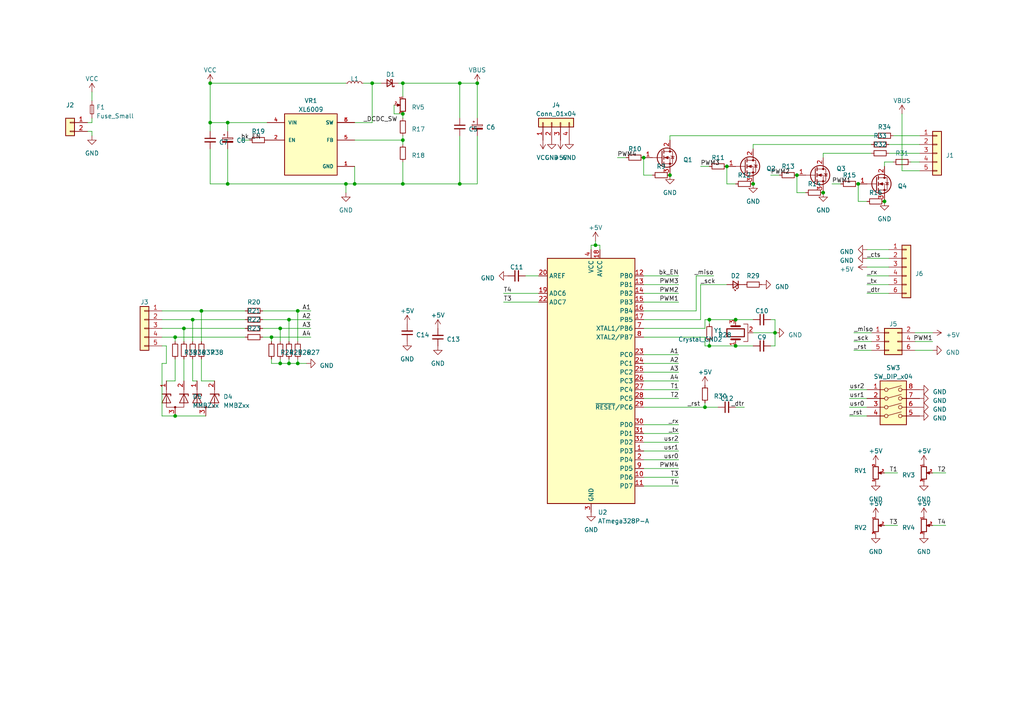
<source format=kicad_sch>
(kicad_sch (version 20220914) (generator eeschema)
  (paper "A4")
  (lib_symbols
    (symbol "Connector_Generic:Conn_01x02" (pin_names (offset 1.016) hide)
      (property "Reference" "J" (at 0 2.54 0))
      (property "Value" "Conn_01x02" (at 0 -5.08 0))
      (symbol "Conn_01x02_1_1"
        (pin passive line (at -5.08 0 0) (length 3.81) (name "Pin_1") (number "1"))
        (pin passive line (at -5.08 -2.54 0) (length 3.81) (name "Pin_2") (number "2"))
      )
    )
    (symbol "Connector_Generic:Conn_01x04" (pin_names (offset 1.016) hide)
      (property "Reference" "J" (at 0 5.08 0))
      (property "Value" "Conn_01x04" (at 0 -7.62 0))
      (symbol "Conn_01x04_1_1"
        (pin passive line (at -5.08 2.54 0) (length 3.81) (name "Pin_1") (number "1"))
        (pin passive line (at -5.08 0 0) (length 3.81) (name "Pin_2") (number "2"))
        (pin passive line (at -5.08 -2.54 0) (length 3.81) (name "Pin_3") (number "3"))
        (pin passive line (at -5.08 -5.08 0) (length 3.81) (name "Pin_4") (number "4"))
      )
    )
    (symbol "Connector_Generic:Conn_01x05" (pin_names (offset 1.016) hide)
      (property "Reference" "J" (at 0 7.62 0))
      (property "Value" "Conn_01x05" (at 0 -7.62 0))
      (symbol "Conn_01x05_1_1"
        (pin passive line (at -5.08 5.08 0) (length 3.81) (name "Pin_1") (number "1"))
        (pin passive line (at -5.08 2.54 0) (length 3.81) (name "Pin_2") (number "2"))
        (pin passive line (at -5.08 0 0) (length 3.81) (name "Pin_3") (number "3"))
        (pin passive line (at -5.08 -2.54 0) (length 3.81) (name "Pin_4") (number "4"))
        (pin passive line (at -5.08 -5.08 0) (length 3.81) (name "Pin_5") (number "5"))
      )
    )
    (symbol "Connector_Generic:Conn_01x06" (pin_names (offset 1.016) hide)
      (property "Reference" "J" (at 0 7.62 0))
      (property "Value" "Conn_01x06" (at 0 -10.16 0))
      (symbol "Conn_01x06_1_1"
        (pin passive line (at -5.08 5.08 0) (length 3.81) (name "Pin_1") (number "1"))
        (pin passive line (at -5.08 2.54 0) (length 3.81) (name "Pin_2") (number "2"))
        (pin passive line (at -5.08 0 0) (length 3.81) (name "Pin_3") (number "3"))
        (pin passive line (at -5.08 -2.54 0) (length 3.81) (name "Pin_4") (number "4"))
        (pin passive line (at -5.08 -5.08 0) (length 3.81) (name "Pin_5") (number "5"))
        (pin passive line (at -5.08 -7.62 0) (length 3.81) (name "Pin_6") (number "6"))
      )
    )
    (symbol "Connector_Generic:Conn_02x03_Odd_Even" (pin_names (offset 1.016) hide)
      (property "Reference" "J" (at 1.27 5.08 0))
      (property "Value" "Conn_02x03_Odd_Even" (at 1.27 -5.08 0))
      (symbol "Conn_02x03_Odd_Even_1_1"
        (pin passive line (at -5.08 2.54 0) (length 3.81) (name "Pin_1") (number "1"))
        (pin passive line (at 7.62 2.54 180) (length 3.81) (name "Pin_2") (number "2"))
        (pin passive line (at -5.08 0 0) (length 3.81) (name "Pin_3") (number "3"))
        (pin passive line (at 7.62 0 180) (length 3.81) (name "Pin_4") (number "4"))
        (pin passive line (at -5.08 -2.54 0) (length 3.81) (name "Pin_5") (number "5"))
        (pin passive line (at 7.62 -2.54 180) (length 3.81) (name "Pin_6") (number "6"))
      )
    )
    (symbol "Device:C_Polarized_Small" (pin_numbers hide) (pin_names (offset 0.254) hide)
      (property "Reference" "C" (at 0.254 1.778 0))
      (property "Value" "C_Polarized_Small" (at 0.254 -2.032 0))
      (symbol "C_Polarized_Small_1_1"
        (pin passive line (at 0 2.54 270) (length 1.8542) (name "~") (number "1"))
        (pin passive line (at 0 -2.54 90) (length 1.8542) (name "~") (number "2"))
      )
    )
    (symbol "Device:C_Small" (pin_numbers hide) (pin_names (offset 0.254) hide)
      (property "Reference" "C" (at 0.254 1.778 0))
      (property "Value" "C_Small" (at 0.254 -2.032 0))
      (symbol "C_Small_1_1"
        (pin passive line (at 0 2.54 270) (length 2.032) (name "~") (number "1"))
        (pin passive line (at 0 -2.54 90) (length 2.032) (name "~") (number "2"))
      )
    )
    (symbol "Device:Crystal_GND2" (pin_names (offset 1.016) hide)
      (property "Reference" "Y" (at 0 5.715 0))
      (property "Value" "Crystal_GND2" (at 0 3.81 0))
      (symbol "Crystal_GND2_1_1"
        (pin passive line (at -3.81 0 0) (length 1.27) (name "1") (number "1"))
        (pin passive line (at 0 -5.08 90) (length 1.27) (name "2") (number "2"))
        (pin passive line (at 3.81 0 180) (length 1.27) (name "3") (number "3"))
      )
    )
    (symbol "Device:D_Schottky_Small" (pin_numbers hide) (pin_names (offset 0.254) hide)
      (property "Reference" "D" (at -1.27 2.032 0))
      (property "Value" "D_Schottky_Small" (at -7.112 -2.032 0))
      (symbol "D_Schottky_Small_1_1"
        (pin passive line (at -2.54 0 0) (length 1.778) (name "K") (number "1"))
        (pin passive line (at 2.54 0 180) (length 1.778) (name "A") (number "2"))
      )
    )
    (symbol "Device:Fuse_Small" (pin_numbers hide) (pin_names (offset 0.254) hide)
      (property "Reference" "F" (at 0 -1.524 0))
      (property "Value" "Fuse_Small" (at 0 1.524 0))
      (symbol "Fuse_Small_1_1"
        (pin passive line (at -2.54 0 0) (length 1.27) (name "~") (number "1"))
        (pin passive line (at 2.54 0 180) (length 1.27) (name "~") (number "2"))
      )
    )
    (symbol "Device:LED_Small" (pin_numbers hide) (pin_names (offset 0.254) hide)
      (property "Reference" "D" (at -1.27 3.175 0))
      (property "Value" "LED_Small" (at -4.445 -2.54 0))
      (symbol "LED_Small_1_1"
        (pin passive line (at -2.54 0 0) (length 1.778) (name "K") (number "1"))
        (pin passive line (at 2.54 0 180) (length 1.778) (name "A") (number "2"))
      )
    )
    (symbol "Device:L_Small" (pin_numbers hide) (pin_names (offset 0.254) hide)
      (property "Reference" "L" (at 0.762 1.016 0))
      (property "Value" "L_Small" (at 0.762 -1.016 0))
      (symbol "L_Small_1_1"
        (pin passive line (at 0 2.54 270) (length 0.508) (name "~") (number "1"))
        (pin passive line (at 0 -2.54 90) (length 0.508) (name "~") (number "2"))
      )
    )
    (symbol "Device:Q_NMOS_GDS" (pin_names (offset 0) hide)
      (property "Reference" "Q" (at 5.08 1.27 0))
      (property "Value" "Q_NMOS_GDS" (at 5.08 -1.27 0))
      (symbol "Q_NMOS_GDS_1_1"
        (pin input line (at -5.08 0 0) (length 2.54) (name "G") (number "1"))
        (pin passive line (at 2.54 5.08 270) (length 2.54) (name "D") (number "2"))
        (pin passive line (at 2.54 -5.08 90) (length 2.54) (name "S") (number "3"))
      )
    )
    (symbol "Device:R_Potentiometer_Small" (pin_names (offset 1.016) hide)
      (property "Reference" "RV" (at -4.445 0 90))
      (property "Value" "R_Potentiometer_Small" (at -2.54 0 90))
      (symbol "R_Potentiometer_Small_1_1"
        (pin passive line (at 0 2.54 270) (length 0.635) (name "1") (number "1"))
        (pin passive line (at 2.54 0 180) (length 0.9906) (name "2") (number "2"))
        (pin passive line (at 0 -2.54 90) (length 0.635) (name "3") (number "3"))
      )
    )
    (symbol "Device:R_Small" (pin_numbers hide) (pin_names (offset 0.254) hide)
      (property "Reference" "R" (at 0.762 0.508 0))
      (property "Value" "R_Small" (at 0.762 -1.016 0))
      (symbol "R_Small_1_1"
        (pin passive line (at 0 2.54 270) (length 0.762) (name "~") (number "1"))
        (pin passive line (at 0 -2.54 90) (length 0.762) (name "~") (number "2"))
      )
    )
    (symbol "Diode:MMBZxx" (pin_names (offset 1.016) hide)
      (property "Reference" "D" (at 3.81 2.54 0))
      (property "Value" "MMBZxx" (at 3.81 0 0))
      (symbol "MMBZxx_1_1"
        (pin passive line (at -2.54 5.08 270) (length 2.54) (name "K") (number "1"))
        (pin passive line (at 2.54 5.08 270) (length 2.54) (name "K") (number "2"))
        (pin passive line (at 0 -5.08 90) (length 2.54) (name "A") (number "3"))
      )
    )
    (symbol "MCU_Microchip_ATmega:ATmega328P-A"
      (property "Reference" "U" (at -12.7 36.83 0))
      (property "Value" "ATmega328P-A" (at 2.54 -36.83 0))
      (symbol "ATmega328P-A_1_1"
        (pin bidirectional line (at 15.24 -20.32 180) (length 2.54) (name "PD3") (number "1"))
        (pin bidirectional line (at 15.24 -27.94 180) (length 2.54) (name "PD6") (number "10"))
        (pin bidirectional line (at 15.24 -30.48 180) (length 2.54) (name "PD7") (number "11"))
        (pin bidirectional line (at 15.24 30.48 180) (length 2.54) (name "PB0") (number "12"))
        (pin bidirectional line (at 15.24 27.94 180) (length 2.54) (name "PB1") (number "13"))
        (pin bidirectional line (at 15.24 25.4 180) (length 2.54) (name "PB2") (number "14"))
        (pin bidirectional line (at 15.24 22.86 180) (length 2.54) (name "PB3") (number "15"))
        (pin bidirectional line (at 15.24 20.32 180) (length 2.54) (name "PB4") (number "16"))
        (pin bidirectional line (at 15.24 17.78 180) (length 2.54) (name "PB5") (number "17"))
        (pin power_in line (at 2.54 38.1 270) (length 2.54) (name "AVCC") (number "18"))
        (pin input line (at -15.24 25.4 0) (length 2.54) (name "ADC6") (number "19"))
        (pin bidirectional line (at 15.24 -22.86 180) (length 2.54) (name "PD4") (number "2"))
        (pin passive line (at -15.24 30.48 0) (length 2.54) (name "AREF") (number "20"))
        (pin passive line (at 0 -38.1 90) (length 2.54) hide (name "GND") (number "21"))
        (pin input line (at -15.24 22.86 0) (length 2.54) (name "ADC7") (number "22"))
        (pin bidirectional line (at 15.24 7.62 180) (length 2.54) (name "PC0") (number "23"))
        (pin bidirectional line (at 15.24 5.08 180) (length 2.54) (name "PC1") (number "24"))
        (pin bidirectional line (at 15.24 2.54 180) (length 2.54) (name "PC2") (number "25"))
        (pin bidirectional line (at 15.24 0 180) (length 2.54) (name "PC3") (number "26"))
        (pin bidirectional line (at 15.24 -2.54 180) (length 2.54) (name "PC4") (number "27"))
        (pin bidirectional line (at 15.24 -5.08 180) (length 2.54) (name "PC5") (number "28"))
        (pin bidirectional line (at 15.24 -7.62 180) (length 2.54) (name "~{RESET}/PC6") (number "29"))
        (pin power_in line (at 0 -38.1 90) (length 2.54) (name "GND") (number "3"))
        (pin bidirectional line (at 15.24 -12.7 180) (length 2.54) (name "PD0") (number "30"))
        (pin bidirectional line (at 15.24 -15.24 180) (length 2.54) (name "PD1") (number "31"))
        (pin bidirectional line (at 15.24 -17.78 180) (length 2.54) (name "PD2") (number "32"))
        (pin power_in line (at 0 38.1 270) (length 2.54) (name "VCC") (number "4"))
        (pin passive line (at 0 -38.1 90) (length 2.54) hide (name "GND") (number "5"))
        (pin passive line (at 0 38.1 270) (length 2.54) hide (name "VCC") (number "6"))
        (pin bidirectional line (at 15.24 15.24 180) (length 2.54) (name "XTAL1/PB6") (number "7"))
        (pin bidirectional line (at 15.24 12.7 180) (length 2.54) (name "XTAL2/PB7") (number "8"))
        (pin bidirectional line (at 15.24 -25.4 180) (length 2.54) (name "PD5") (number "9"))
      )
    )
    (symbol "Switch:SW_DIP_x04" (pin_names (offset 0) hide)
      (property "Reference" "SW" (at 0 8.89 0))
      (property "Value" "SW_DIP_x04" (at 0 -6.35 0))
      (symbol "SW_DIP_x04_1_1"
        (pin passive line (at -7.62 5.08 0) (length 5.08) (name "~") (number "1"))
        (pin passive line (at -7.62 2.54 0) (length 5.08) (name "~") (number "2"))
        (pin passive line (at -7.62 0 0) (length 5.08) (name "~") (number "3"))
        (pin passive line (at -7.62 -2.54 0) (length 5.08) (name "~") (number "4"))
        (pin passive line (at 7.62 -2.54 180) (length 5.08) (name "~") (number "5"))
        (pin passive line (at 7.62 0 180) (length 5.08) (name "~") (number "6"))
        (pin passive line (at 7.62 2.54 180) (length 5.08) (name "~") (number "7"))
        (pin passive line (at 7.62 5.08 180) (length 5.08) (name "~") (number "8"))
      )
    )
    (symbol "XL6009:XL6009" (pin_names (offset 1.016))
      (property "Reference" "VR" (at -7.62 8.89 0))
      (property "Value" "XL6009" (at -7.62 -11.43 0))
      (symbol "XL6009_0_0"
        (pin power_in line (at 12.7 -7.62 180) (length 5.08) (name "GND") (number "1"))
        (pin input line (at -12.7 0 0) (length 5.08) (name "EN") (number "2"))
        (pin output line (at 12.7 5.08 180) (length 5.08) (name "SW") (number "3"))
        (pin input line (at -12.7 5.08 0) (length 5.08) (name "VIN") (number "4"))
        (pin input line (at 12.7 0 180) (length 5.08) (name "FB") (number "5"))
        (pin output line (at 12.7 5.08 180) (length 5.08) (name "SW") (number "6"))
      )
    )
    (symbol "power:+5V" (power) (pin_names (offset 0))
      (property "Value" "+5V" (at 0 3.556 0))
      (symbol "+5V_1_1"
        (pin power_in line (at 0 0 90) (length 0) hide (name "+5V") (number "1"))
      )
    )
    (symbol "power:GND" (power) (pin_names (offset 0))
      (property "Value" "GND" (at 0 -3.81 0))
      (symbol "GND_1_1"
        (pin power_in line (at 0 0 270) (length 0) hide (name "GND") (number "1"))
      )
    )
    (symbol "power:VBUS" (power) (pin_names (offset 0))
      (property "Value" "VBUS" (at 0 3.81 0))
      (symbol "VBUS_1_1"
        (pin power_in line (at 0 0 90) (length 0) hide (name "VBUS") (number "1"))
      )
    )
    (symbol "power:VCC" (power) (pin_names (offset 0))
      (property "Value" "VCC" (at 0 3.81 0))
      (symbol "VCC_1_1"
        (pin power_in line (at 0 0 90) (length 0) hide (name "VCC") (number "1"))
      )
    )
  )
  (junction (at 107.95 24.13))
  (junction (at 213.36 100.33))
  (junction (at 53.34 95.25))
  (junction (at 205.74 92.71))
  (junction (at 218.44 53.34))
  (junction (at 231.14 50.8))
  (junction (at 116.84 24.13))
  (junction (at 186.69 45.72))
  (junction (at 116.84 33.02))
  (junction (at 116.84 40.64))
  (junction (at 133.35 53.34))
  (junction (at 81.28 95.25))
  (junction (at 83.82 105.41))
  (junction (at 205.74 100.33))
  (junction (at 50.8 97.79))
  (junction (at 60.96 35.56))
  (junction (at 66.04 53.34))
  (junction (at 86.36 90.17))
  (junction (at 238.76 55.88))
  (junction (at 66.04 35.56))
  (junction (at 204.47 118.11))
  (junction (at 213.36 92.71))
  (junction (at 81.28 105.41))
  (junction (at 194.31 50.8))
  (junction (at 100.33 53.34))
  (junction (at 102.87 53.34))
  (junction (at 116.84 53.34))
  (junction (at 83.82 92.71))
  (junction (at 133.35 24.13))
  (junction (at 50.8 120.65))
  (junction (at 172.72 71.12))
  (junction (at 210.82 48.26))
  (junction (at 55.88 92.71))
  (junction (at 58.42 90.17))
  (junction (at 60.96 24.13))
  (junction (at 224.79 96.52))
  (junction (at 86.36 105.41))
  (junction (at 138.43 24.13))
  (junction (at 78.74 97.79))
  (junction (at 248.92 53.34))
  (junction (at 256.54 58.42))
  (wire (pts (xy 50.8 97.79) (xy 71.12 97.79)))
  (wire (pts (xy 171.45 72.39) (xy 171.45 71.12)))
  (wire (pts (xy 55.88 110.49) (xy 57.15 110.49)))
  (wire (pts (xy 26.67 38.1) (xy 25.4 38.1)))
  (wire (pts (xy 207.01 80.01) (xy 201.93 80.01)))
  (wire (pts (xy 204.47 95.25) (xy 204.47 92.71)))
  (wire (pts (xy 251.46 74.93) (xy 257.81 74.93)))
  (wire (pts (xy 213.36 118.11) (xy 215.9 118.11)))
  (wire (pts (xy 224.79 92.71) (xy 223.52 92.71)))
  (wire (pts (xy 196.85 140.97) (xy 186.69 140.97)))
  (wire (pts (xy 78.74 97.79) (xy 76.2 97.79)))
  (wire (pts (xy 50.8 99.06) (xy 50.8 97.79)))
  (wire (pts (xy 60.96 24.13) (xy 60.96 35.56)))
  (wire (pts (xy 138.43 53.34) (xy 138.43 39.37)))
  (wire (pts (xy 86.36 105.41) (xy 88.9 105.41)))
  (wire (pts (xy 256.54 137.16) (xy 260.35 137.16)))
  (wire (pts (xy 238.76 44.45) (xy 252.73 44.45)))
  (wire (pts (xy 116.84 46.99) (xy 116.84 53.34)))
  (wire (pts (xy 50.8 120.65) (xy 46.99 120.65)))
  (wire (pts (xy 196.85 105.41) (xy 186.69 105.41)))
  (wire (pts (xy 146.05 85.09) (xy 156.21 85.09)))
  (wire (pts (xy 205.74 100.33) (xy 213.36 100.33)))
  (wire (pts (xy 46.99 120.65) (xy 46.99 105.41)))
  (wire (pts (xy 196.85 130.81) (xy 186.69 130.81)))
  (wire (pts (xy 223.52 50.8) (xy 226.06 50.8)))
  (wire (pts (xy 76.2 90.17) (xy 86.36 90.17)))
  (wire (pts (xy 60.96 35.56) (xy 60.96 38.1)))
  (wire (pts (xy 210.82 48.26) (xy 210.82 53.34)))
  (wire (pts (xy 186.69 125.73) (xy 196.85 125.73)))
  (wire (pts (xy 251.46 82.55) (xy 257.81 82.55)))
  (wire (pts (xy 203.2 92.71) (xy 203.2 82.55)))
  (wire (pts (xy 83.82 92.71) (xy 76.2 92.71)))
  (wire (pts (xy 81.28 95.25) (xy 81.28 99.06)))
  (wire (pts (xy 116.84 27.94) (xy 116.84 24.13)))
  (wire (pts (xy 81.28 104.14) (xy 81.28 105.41)))
  (wire (pts (xy 265.43 99.06) (xy 270.51 99.06)))
  (wire (pts (xy 66.04 35.56) (xy 60.96 35.56)))
  (wire (pts (xy 60.96 43.18) (xy 60.96 53.34)))
  (wire (pts (xy 138.43 34.29) (xy 138.43 24.13)))
  (wire (pts (xy 116.84 33.02) (xy 114.3 33.02)))
  (wire (pts (xy 146.05 87.63) (xy 156.21 87.63)))
  (wire (pts (xy 203.2 48.26) (xy 205.74 48.26)))
  (wire (pts (xy 204.47 100.33) (xy 205.74 100.33)))
  (wire (pts (xy 223.52 100.33) (xy 224.79 100.33)))
  (wire (pts (xy 46.99 105.41) (xy 48.26 105.41)))
  (wire (pts (xy 186.69 123.19) (xy 196.85 123.19)))
  (wire (pts (xy 133.35 39.37) (xy 133.35 53.34)))
  (wire (pts (xy 218.44 96.52) (xy 224.79 96.52)))
  (wire (pts (xy 58.42 90.17) (xy 71.12 90.17)))
  (wire (pts (xy 46.99 90.17) (xy 58.42 90.17)))
  (wire (pts (xy 25.4 35.56) (xy 26.67 35.56)))
  (wire (pts (xy 83.82 104.14) (xy 83.82 105.41)))
  (wire (pts (xy 102.87 53.34) (xy 116.84 53.34)))
  (wire (pts (xy 133.35 24.13) (xy 133.35 34.29)))
  (wire (pts (xy 107.95 35.56) (xy 107.95 24.13)))
  (wire (pts (xy 194.31 39.37) (xy 254 39.37)))
  (wire (pts (xy 46.99 100.33) (xy 48.26 100.33)))
  (wire (pts (xy 53.34 95.25) (xy 53.34 99.06)))
  (wire (pts (xy 172.72 71.12) (xy 173.99 71.12)))
  (wire (pts (xy 248.92 58.42) (xy 251.46 58.42)))
  (wire (pts (xy 55.88 104.14) (xy 55.88 110.49)))
  (wire (pts (xy 251.46 72.39) (xy 257.81 72.39)))
  (wire (pts (xy 247.65 99.06) (xy 252.73 99.06)))
  (wire (pts (xy 102.87 35.56) (xy 107.95 35.56)))
  (wire (pts (xy 172.72 69.85) (xy 172.72 71.12)))
  (wire (pts (xy 58.42 90.17) (xy 58.42 99.06)))
  (wire (pts (xy 248.92 53.34) (xy 248.92 58.42)))
  (wire (pts (xy 72.39 40.64) (xy 69.85 40.64)))
  (wire (pts (xy 66.04 35.56) (xy 66.04 38.1)))
  (wire (pts (xy 247.65 101.6) (xy 252.73 101.6)))
  (wire (pts (xy 196.85 107.95) (xy 186.69 107.95)))
  (wire (pts (xy 102.87 53.34) (xy 102.87 48.26)))
  (wire (pts (xy 100.33 53.34) (xy 100.33 55.88)))
  (wire (pts (xy 86.36 105.41) (xy 86.36 104.14)))
  (wire (pts (xy 50.8 104.14) (xy 50.8 110.49)))
  (wire (pts (xy 205.74 100.33) (xy 205.74 99.06)))
  (wire (pts (xy 78.74 99.06) (xy 78.74 97.79)))
  (wire (pts (xy 48.26 100.33) (xy 48.26 105.41)))
  (wire (pts (xy 251.46 77.47) (xy 257.81 77.47)))
  (wire (pts (xy 186.69 45.72) (xy 186.69 50.8)))
  (wire (pts (xy 179.07 45.72) (xy 181.61 45.72)))
  (wire (pts (xy 247.65 96.52) (xy 252.73 96.52)))
  (wire (pts (xy 204.47 118.11) (xy 208.28 118.11)))
  (wire (pts (xy 50.8 120.65) (xy 59.69 120.65)))
  (wire (pts (xy 238.76 44.45) (xy 238.76 45.72)))
  (wire (pts (xy 76.2 95.25) (xy 81.28 95.25)))
  (wire (pts (xy 270.51 152.4) (xy 274.32 152.4)))
  (wire (pts (xy 218.44 41.91) (xy 218.44 43.18)))
  (wire (pts (xy 213.36 92.71) (xy 218.44 92.71)))
  (wire (pts (xy 231.14 50.8) (xy 231.14 55.88)))
  (wire (pts (xy 246.38 115.57) (xy 251.46 115.57)))
  (wire (pts (xy 213.36 100.33) (xy 218.44 100.33)))
  (wire (pts (xy 83.82 92.71) (xy 90.17 92.71)))
  (wire (pts (xy 186.69 118.11) (xy 204.47 118.11)))
  (wire (pts (xy 196.85 82.55) (xy 186.69 82.55)))
  (wire (pts (xy 60.96 53.34) (xy 66.04 53.34)))
  (wire (pts (xy 196.85 110.49) (xy 186.69 110.49)))
  (wire (pts (xy 78.74 104.14) (xy 78.74 105.41)))
  (wire (pts (xy 186.69 133.35) (xy 196.85 133.35)))
  (wire (pts (xy 231.14 55.88) (xy 233.68 55.88)))
  (wire (pts (xy 116.84 40.64) (xy 116.84 41.91)))
  (wire (pts (xy 196.85 115.57) (xy 186.69 115.57)))
  (wire (pts (xy 81.28 105.41) (xy 83.82 105.41)))
  (wire (pts (xy 265.43 96.52) (xy 270.51 96.52)))
  (wire (pts (xy 50.8 110.49) (xy 48.26 110.49)))
  (wire (pts (xy 107.95 24.13) (xy 110.49 24.13)))
  (wire (pts (xy 261.62 49.53) (xy 266.7 49.53)))
  (wire (pts (xy 173.99 71.12) (xy 173.99 72.39)))
  (wire (pts (xy 196.85 85.09) (xy 186.69 85.09)))
  (wire (pts (xy 78.74 105.41) (xy 81.28 105.41)))
  (wire (pts (xy 265.43 101.6) (xy 270.51 101.6)))
  (wire (pts (xy 256.54 152.4) (xy 260.35 152.4)))
  (wire (pts (xy 210.82 53.34) (xy 213.36 53.34)))
  (wire (pts (xy 171.45 71.12) (xy 172.72 71.12)))
  (wire (pts (xy 133.35 53.34) (xy 138.43 53.34)))
  (wire (pts (xy 116.84 53.34) (xy 133.35 53.34)))
  (wire (pts (xy 257.81 44.45) (xy 266.7 44.45)))
  (wire (pts (xy 246.38 113.03) (xy 251.46 113.03)))
  (wire (pts (xy 102.87 40.64) (xy 116.84 40.64)))
  (wire (pts (xy 196.85 102.87) (xy 186.69 102.87)))
  (wire (pts (xy 224.79 96.52) (xy 224.79 92.71)))
  (wire (pts (xy 259.08 39.37) (xy 266.7 39.37)))
  (wire (pts (xy 133.35 24.13) (xy 116.84 24.13)))
  (wire (pts (xy 50.8 97.79) (xy 46.99 97.79)))
  (wire (pts (xy 194.31 39.37) (xy 194.31 40.64)))
  (wire (pts (xy 116.84 34.29) (xy 116.84 33.02)))
  (wire (pts (xy 201.93 90.17) (xy 186.69 90.17)))
  (wire (pts (xy 66.04 43.18) (xy 66.04 53.34)))
  (wire (pts (xy 196.85 135.89) (xy 186.69 135.89)))
  (wire (pts (xy 246.38 118.11) (xy 251.46 118.11)))
  (wire (pts (xy 81.28 95.25) (xy 90.17 95.25)))
  (wire (pts (xy 261.62 33.02) (xy 261.62 49.53)))
  (wire (pts (xy 203.2 82.55) (xy 210.82 82.55)))
  (wire (pts (xy 246.38 120.65) (xy 251.46 120.65)))
  (wire (pts (xy 204.47 97.79) (xy 204.47 100.33)))
  (wire (pts (xy 204.47 116.84) (xy 204.47 118.11)))
  (wire (pts (xy 26.67 39.37) (xy 26.67 38.1)))
  (wire (pts (xy 138.43 24.13) (xy 133.35 24.13)))
  (wire (pts (xy 251.46 85.09) (xy 257.81 85.09)))
  (wire (pts (xy 78.74 97.79) (xy 90.17 97.79)))
  (wire (pts (xy 264.16 46.99) (xy 266.7 46.99)))
  (wire (pts (xy 55.88 92.71) (xy 71.12 92.71)))
  (wire (pts (xy 100.33 24.13) (xy 60.96 24.13)))
  (wire (pts (xy 55.88 92.71) (xy 46.99 92.71)))
  (wire (pts (xy 116.84 39.37) (xy 116.84 40.64)))
  (wire (pts (xy 186.69 80.01) (xy 196.85 80.01)))
  (wire (pts (xy 26.67 26.67) (xy 26.67 29.21)))
  (wire (pts (xy 257.81 41.91) (xy 266.7 41.91)))
  (wire (pts (xy 205.74 92.71) (xy 213.36 92.71)))
  (wire (pts (xy 83.82 99.06) (xy 83.82 92.71)))
  (wire (pts (xy 58.42 104.14) (xy 58.42 110.49)))
  (wire (pts (xy 256.54 46.99) (xy 259.08 46.99)))
  (wire (pts (xy 196.85 113.03) (xy 186.69 113.03)))
  (wire (pts (xy 66.04 53.34) (xy 100.33 53.34)))
  (wire (pts (xy 186.69 87.63) (xy 196.85 87.63)))
  (wire (pts (xy 55.88 99.06) (xy 55.88 92.71)))
  (wire (pts (xy 186.69 95.25) (xy 204.47 95.25)))
  (wire (pts (xy 100.33 53.34) (xy 102.87 53.34)))
  (wire (pts (xy 241.3 53.34) (xy 243.84 53.34)))
  (wire (pts (xy 114.3 33.02) (xy 114.3 30.48)))
  (wire (pts (xy 26.67 35.56) (xy 26.67 34.29)))
  (wire (pts (xy 186.69 92.71) (xy 203.2 92.71)))
  (wire (pts (xy 205.74 92.71) (xy 205.74 93.98)))
  (wire (pts (xy 107.95 24.13) (xy 105.41 24.13)))
  (wire (pts (xy 218.44 41.91) (xy 252.73 41.91)))
  (wire (pts (xy 251.46 80.01) (xy 257.81 80.01)))
  (wire (pts (xy 116.84 24.13) (xy 115.57 24.13)))
  (wire (pts (xy 53.34 95.25) (xy 71.12 95.25)))
  (wire (pts (xy 152.4 80.01) (xy 156.21 80.01)))
  (wire (pts (xy 53.34 104.14) (xy 53.34 110.49)))
  (wire (pts (xy 66.04 35.56) (xy 77.47 35.56)))
  (wire (pts (xy 196.85 138.43) (xy 186.69 138.43)))
  (wire (pts (xy 86.36 90.17) (xy 90.17 90.17)))
  (wire (pts (xy 58.42 110.49) (xy 62.23 110.49)))
  (wire (pts (xy 204.47 92.71) (xy 205.74 92.71)))
  (wire (pts (xy 201.93 80.01) (xy 201.93 90.17)))
  (wire (pts (xy 186.69 97.79) (xy 204.47 97.79)))
  (wire (pts (xy 256.54 46.99) (xy 256.54 48.26)))
  (wire (pts (xy 196.85 128.27) (xy 186.69 128.27)))
  (wire (pts (xy 46.99 95.25) (xy 53.34 95.25)))
  (wire (pts (xy 224.79 100.33) (xy 224.79 96.52)))
  (wire (pts (xy 86.36 90.17) (xy 86.36 99.06)))
  (wire (pts (xy 83.82 105.41) (xy 86.36 105.41)))
  (wire (pts (xy 186.69 50.8) (xy 189.23 50.8)))
  (wire (pts (xy 270.51 137.16) (xy 274.32 137.16)))
  (label "PWM2" (at 223.52 50.8 0))
  (label "T4" (at 274.32 152.4 180))
  (label "usr2" (at 196.85 128.27 180))
  (label "usr1" (at 196.85 130.81 180))
  (label "usr0" (at 196.85 133.35 180))
  (label "A3" (at 90.17 95.25 180))
  (label "_dtr" (at 251.46 85.09 0))
  (label "T1" (at 196.85 113.03 180))
  (label "T4" (at 146.05 85.09 0))
  (label "_rst" (at 246.38 120.65 0))
  (label "A1" (at 196.85 102.87 180))
  (label "PWM1" (at 241.3 53.34 0))
  (label "T2" (at 274.32 137.16 180))
  (label "A4" (at 196.85 110.49 180))
  (label "A2" (at 196.85 105.41 180))
  (label "PWM3" (at 203.2 48.26 0))
  (label "T2" (at 196.85 115.57 180))
  (label "_rst" (at 247.65 101.6 0))
  (label "T3" (at 146.05 87.63 0))
  (label "PWM4" (at 196.85 135.89 180))
  (label "_dtr" (at 215.9 118.11 180))
  (label "PWM1" (at 270.51 99.06 180))
  (label "usr2" (at 246.38 113.03 0))
  (label "_sck" (at 203.2 82.55 0))
  (label "T3" (at 196.85 138.43 180))
  (label "A2" (at 90.17 92.71 180))
  (label "bk_EN" (at 69.85 40.64 0))
  (label "PWM1" (at 196.85 87.63 180))
  (label "bk_EN" (at 196.85 80.01 180))
  (label "PWM4" (at 179.07 45.72 0))
  (label "A4" (at 90.17 97.79 180))
  (label "PWM3" (at 196.85 82.55 180))
  (label "T4" (at 196.85 140.97 180))
  (label "T3" (at 260.35 152.4 180))
  (label "_miso" (at 207.01 80.01 180))
  (label "_rx" (at 196.85 123.19 180))
  (label "_tx" (at 251.46 82.55 0))
  (label "usr0" (at 246.38 118.11 0))
  (label "_miso" (at 247.65 96.52 0))
  (label "T1" (at 260.35 137.16 180))
  (label "_sck" (at 247.65 99.06 0))
  (label "_DCDC_SW" (at 105.41 35.56 0))
  (label "_tx" (at 196.85 125.73 180))
  (label "A1" (at 90.17 90.17 180))
  (label "usr1" (at 246.38 115.57 0))
  (label "PWM2" (at 196.85 85.09 180))
  (label "_rx" (at 251.46 80.01 0))
  (label "A3" (at 196.85 107.95 180))
  (label "_cts" (at 251.46 74.93 0))
  (label "_rst" (at 199.39 118.11 0))
  (symbol (lib_id "Device:R_Small") (at 73.66 97.79 90) (unit 1)
    (default_instance (reference "R5") (unit 1) (value "R_Small") (footprint ""))
    (property "Reference" "R23" (at 73.66 95.25 90))
    (property "Value" "R_Small" (effects hide))
    (property "Footprint" "Resistor_SMD:R_0805_2012Metric" (effects hide))
  )
  (symbol (lib_id "Device:Q_NMOS_GDS") (at 236.22 50.8 0) (unit 1)
    (default_instance (reference "Q1") (unit 1) (value "Q_NMOS_GDS") (footprint ""))
    (property "Reference" "Q3" (at 242.57 48.895 0) (effects (justify left)))
    (property "Value" "Q_NMOS_GDS" (effects hide))
    (property "Footprint" "Package_TO_SOT_SMD:TO-252-2" (effects hide))
  )
  (symbol (lib_id "power:GND") (at 26.67 39.37 0) (unit 1)
    (default_instance (reference "#PWR?") (unit 1) (value "GND") (footprint ""))
    (property "Reference" "#PWR0105" (effects hide))
    (property "Value" "GND" (at 26.67 44.45 0))
  )
  (symbol (lib_id "power:GND") (at 218.44 53.34 0) (unit 1)
    (default_instance (reference "#PWR?") (unit 1) (value "GND") (footprint ""))
    (property "Reference" "#PWR0122" (effects hide))
    (property "Value" "GND" (at 218.44 58.42 0))
  )
  (symbol (lib_id "Diode:MMBZxx") (at 50.8 115.57 0) (unit 1)
    (default_instance (reference "D4") (unit 1) (value "MMBZxx") (footprint "Package_TO_SOT_SMD:SOT-23"))
    (property "Reference" "D5" (at 55.88 115.062 0) (effects (justify left)))
    (property "Value" "MMBZxx" (at 55.88 117.602 0) (effects (justify left)))
    (property "Footprint" "Package_TO_SOT_SMD:SOT-23" (effects hide))
    (property "Datasheet" "http://www.onsemi.com/pub/Collateral/MMBZ5V6ALT1-D.PDF" (effects hide))
  )
  (symbol (lib_id "power:+5V") (at 254 134.62 0) (unit 1)
    (default_instance (reference "#PWR?") (unit 1) (value "+5V") (footprint ""))
    (property "Reference" "#PWR0117" (effects hide))
    (property "Value" "+5V" (at 254 130.81 0))
  )
  (symbol (lib_id "power:+5V") (at 254 149.86 0) (unit 1)
    (default_instance (reference "#PWR?") (unit 1) (value "+5V") (footprint ""))
    (property "Reference" "#PWR0113" (effects hide))
    (property "Value" "+5V" (at 254 146.05 0))
  )
  (symbol (lib_id "Device:R_Small") (at 255.27 44.45 90) (unit 1)
    (default_instance (reference "R5") (unit 1) (value "R_Small") (footprint ""))
    (property "Reference" "R32" (at 255.27 41.91 90))
    (property "Value" "R_Small" (effects hide))
    (property "Footprint" "Resistor_SMD:R_1206_3216Metric" (effects hide))
  )
  (symbol (lib_id "Switch:SW_DIP_x04") (at 259.08 118.11 0) (unit 1)
    (default_instance (reference "SW3") (unit 1) (value "SW_DIP_x04") (footprint ""))
    (property "Reference" "SW3" (at 259.08 106.68 0))
    (property "Value" "SW_DIP_x04" (at 259.08 109.22 0))
    (property "Footprint" "Button_Switch_SMD:SW_DIP_SPSTx04_Slide_Copal_CHS-04B_W7.62mm_P1.27mm" (effects hide))
  )
  (symbol (lib_id "Device:Crystal_GND2") (at 213.36 96.52 90) (unit 1)
    (default_instance (reference "Y1") (unit 1) (value "Crystal_GND2") (footprint ""))
    (property "Reference" "Y1" (at 209.55 95.885 90) (effects (justify left)))
    (property "Value" "Crystal_GND2" (at 209.55 98.425 90) (effects (justify left)))
    (property "Footprint" "Crystal:Resonator_SMD_Murata_CSTxExxV-3Pin_3.0x1.1mm" (effects hide))
  )
  (symbol (lib_id "Device:R_Potentiometer_Small") (at 267.97 137.16 0) (unit 1)
    (default_instance (reference "RV1") (unit 1) (value "R_Potentiometer_Small") (footprint ""))
    (property "Reference" "RV3" (at 265.43 137.795 0) (effects (justify right)))
    (property "Value" "R_Potentiometer_Small" (effects hide))
    (property "Footprint" "Potentiometer_SMD:Potentiometer_Bourns_3314J_Vertical" (effects hide))
  )
  (symbol (lib_id "Device:R_Potentiometer_Small") (at 267.97 152.4 0) (unit 1)
    (default_instance (reference "RV1") (unit 1) (value "R_Potentiometer_Small") (footprint ""))
    (property "Reference" "RV4" (at 265.43 153.035 0) (effects (justify right)))
    (property "Value" "R_Potentiometer_Small" (effects hide))
    (property "Footprint" "Potentiometer_SMD:Potentiometer_Bourns_3314J_Vertical" (effects hide))
  )
  (symbol (lib_id "Device:R_Small") (at 81.28 101.6 180) (unit 1)
    (default_instance (reference "R5") (unit 1) (value "R_Small") (footprint ""))
    (property "Reference" "R25" (at 83.82 102.235 0) (effects (justify right)))
    (property "Value" "R_Small" (effects hide))
    (property "Footprint" "Resistor_SMD:R_0805_2012Metric" (effects hide))
  )
  (symbol (lib_id "Device:R_Small") (at 53.34 101.6 180) (unit 1)
    (default_instance (reference "R5") (unit 1) (value "R_Small") (footprint ""))
    (property "Reference" "R36" (at 55.88 102.235 0) (effects (justify right)))
    (property "Value" "R_Small" (effects hide))
    (property "Footprint" "Resistor_SMD:R_0805_2012Metric" (effects hide))
  )
  (symbol (lib_id "Device:R_Small") (at 218.44 82.55 90) (unit 1)
    (default_instance (reference "R5") (unit 1) (value "R_Small") (footprint ""))
    (property "Reference" "R29" (at 218.44 80.01 90))
    (property "Value" "R_Small" (effects hide))
    (property "Footprint" "Resistor_SMD:R_0805_2012Metric" (effects hide))
  )
  (symbol (lib_id "power:GND") (at 251.46 72.39 270) (unit 1)
    (default_instance (reference "#PWR?") (unit 1) (value "GND") (footprint ""))
    (property "Reference" "#PWR0126" (effects hide))
    (property "Value" "GND" (at 247.65 73.025 90) (effects (justify right)))
  )
  (symbol (lib_id "Device:L_Small") (at 102.87 24.13 90) (unit 1)
    (default_instance (reference "L1") (unit 1) (value "L_Small") (footprint ""))
    (property "Reference" "L1" (at 102.87 22.86 90))
    (property "Value" "L_Small" (effects hide))
    (property "Footprint" "Inductor_SMD:L_Bourns_SRR1260" (effects hide))
  )
  (symbol (lib_id "Device:R_Small") (at 254 58.42 90) (unit 1)
    (default_instance (reference "R5") (unit 1) (value "R_Small") (footprint ""))
    (property "Reference" "R16" (at 254 55.88 90))
    (property "Value" "R_Small" (effects hide))
    (property "Footprint" "Resistor_SMD:R_0805_2012Metric" (effects hide))
  )
  (symbol (lib_id "Connector_Generic:Conn_01x02") (at 20.32 35.56 0) (mirror y) (unit 1)
    (default_instance (reference "J2") (unit 1) (value "Conn_01x02") (footprint ""))
    (property "Reference" "J2" (at 20.32 30.48 0))
    (property "Value" "Conn_01x02" (effects hide))
    (property "Footprint" "TerminalBlock:TerminalBlock_bornier-2_P5.08mm" (effects hide))
  )
  (symbol (lib_id "power:GND") (at 127 100.33 0) (unit 1)
    (default_instance (reference "#PWR?") (unit 1) (value "GND") (footprint ""))
    (property "Reference" "#PWR0141" (effects hide))
    (property "Value" "GND" (at 127 105.41 0))
  )
  (symbol (lib_id "power:GND") (at 270.51 101.6 90) (unit 1)
    (default_instance (reference "#PWR?") (unit 1) (value "GND") (footprint ""))
    (property "Reference" "#PWR0128" (effects hide))
    (property "Value" "GND" (at 274.32 102.235 90) (effects (justify right)))
  )
  (symbol (lib_id "power:+5V") (at 162.56 40.64 180) (unit 1)
    (default_instance (reference "#PWR?") (unit 1) (value "+5V") (footprint ""))
    (property "Reference" "#PWR0136" (effects hide))
    (property "Value" "+5V" (at 162.56 45.72 0))
  )
  (symbol (lib_id "Device:R_Small") (at 55.88 101.6 180) (unit 1)
    (default_instance (reference "R5") (unit 1) (value "R_Small") (footprint ""))
    (property "Reference" "R37" (at 58.42 102.235 0) (effects (justify right)))
    (property "Value" "R_Small" (effects hide))
    (property "Footprint" "Resistor_SMD:R_0805_2012Metric" (effects hide))
  )
  (symbol (lib_id "power:+5V") (at 172.72 69.85 0) (unit 1)
    (default_instance (reference "#PWR?") (unit 1) (value "+5V") (footprint ""))
    (property "Reference" "#PWR0103" (effects hide))
    (property "Value" "+5V" (at 172.72 66.04 0))
  )
  (symbol (lib_id "Device:Q_NMOS_GDS") (at 254 53.34 0) (unit 1)
    (default_instance (reference "Q1") (unit 1) (value "Q_NMOS_GDS") (footprint ""))
    (property "Reference" "Q4" (at 260.35 53.975 0) (effects (justify left)))
    (property "Value" "Q_NMOS_GDS" (effects hide))
    (property "Footprint" "Package_TO_SOT_SMD:TO-252-2" (effects hide))
  )
  (symbol (lib_id "Device:Q_NMOS_GDS") (at 215.9 48.26 0) (unit 1)
    (default_instance (reference "Q1") (unit 1) (value "Q_NMOS_GDS") (footprint ""))
    (property "Reference" "Q2" (at 222.25 48.895 0) (effects (justify left)))
    (property "Value" "Q_NMOS_GDS" (effects hide))
    (property "Footprint" "Package_TO_SOT_SMD:TO-252-2" (effects hide))
  )
  (symbol (lib_id "power:GND") (at 254 139.7 0) (unit 1)
    (default_instance (reference "#PWR?") (unit 1) (value "GND") (footprint ""))
    (property "Reference" "#PWR0116" (effects hide))
    (property "Value" "GND" (at 254 144.78 0))
  )
  (symbol (lib_id "power:GND") (at 266.7 120.65 90) (unit 1)
    (default_instance (reference "#PWR?") (unit 1) (value "GND") (footprint ""))
    (property "Reference" "#PWR0138" (effects hide))
    (property "Value" "GND" (at 270.51 121.285 90) (effects (justify right)))
  )
  (symbol (lib_id "power:GND") (at 266.7 115.57 90) (unit 1)
    (default_instance (reference "#PWR?") (unit 1) (value "GND") (footprint ""))
    (property "Reference" "#PWR0132" (effects hide))
    (property "Value" "GND" (at 270.51 116.205 90) (effects (justify right)))
  )
  (symbol (lib_id "power:GND") (at 100.33 55.88 0) (unit 1)
    (default_instance (reference "#PWR?") (unit 1) (value "GND") (footprint ""))
    (property "Reference" "#PWR0101" (effects hide))
    (property "Value" "GND" (at 100.33 60.96 0))
  )
  (symbol (lib_id "Device:R_Small") (at 204.47 114.3 0) (unit 1)
    (default_instance (reference "R5") (unit 1) (value "R_Small") (footprint ""))
    (property "Reference" "R30" (at 207.01 114.935 0) (effects (justify left)))
    (property "Value" "R_Small" (effects hide))
    (property "Footprint" "Resistor_SMD:R_0805_2012Metric" (effects hide))
  )
  (symbol (lib_id "power:GND") (at 251.46 74.93 270) (unit 1)
    (default_instance (reference "#PWR?") (unit 1) (value "GND") (footprint ""))
    (property "Reference" "#PWR0125" (effects hide))
    (property "Value" "GND" (at 247.65 75.565 90) (effects (justify right)))
  )
  (symbol (lib_id "power:GND") (at 267.97 139.7 0) (unit 1)
    (default_instance (reference "#PWR?") (unit 1) (value "GND") (footprint ""))
    (property "Reference" "#PWR0119" (effects hide))
    (property "Value" "GND" (at 267.97 144.78 0))
  )
  (symbol (lib_id "power:GND") (at 147.32 80.01 270) (unit 1)
    (default_instance (reference "#PWR?") (unit 1) (value "GND") (footprint ""))
    (property "Reference" "#PWR0108" (effects hide))
    (property "Value" "GND" (at 143.51 80.645 90) (effects (justify right)))
  )
  (symbol (lib_id "power:GND") (at 171.45 148.59 0) (unit 1)
    (default_instance (reference "#PWR?") (unit 1) (value "GND") (footprint ""))
    (property "Reference" "#PWR0109" (effects hide))
    (property "Value" "GND" (at 171.45 153.67 0))
  )
  (symbol (lib_id "Device:R_Small") (at 261.62 46.99 90) (unit 1)
    (default_instance (reference "R5") (unit 1) (value "R_Small") (footprint ""))
    (property "Reference" "R31" (at 261.62 44.45 90))
    (property "Value" "R_Small" (effects hide))
    (property "Footprint" "Resistor_SMD:R_1206_3216Metric" (effects hide))
  )
  (symbol (lib_id "Device:R_Potentiometer_Small") (at 254 137.16 0) (mirror x) (unit 1)
    (default_instance (reference "RV1") (unit 1) (value "R_Potentiometer_Small") (footprint ""))
    (property "Reference" "RV1" (at 251.46 136.525 0) (effects (justify right)))
    (property "Value" "R_Potentiometer_Small" (effects hide))
    (property "Footprint" "Potentiometer_SMD:Potentiometer_Bourns_3314J_Vertical" (effects hide))
  )
  (symbol (lib_id "power:GND") (at 160.02 40.64 0) (unit 1)
    (default_instance (reference "#PWR?") (unit 1) (value "GND") (footprint ""))
    (property "Reference" "#PWR0134" (effects hide))
    (property "Value" "GND" (at 160.02 45.72 0))
  )
  (symbol (lib_id "Device:C_Small") (at 220.98 92.71 90) (unit 1)
    (default_instance (reference "C5") (unit 1) (value "C_Small") (footprint ""))
    (property "Reference" "C10" (at 220.9863 90.17 90))
    (property "Value" "C_Small" (effects hide))
    (property "Footprint" "Capacitor_SMD:C_0805_2012Metric" (effects hide))
  )
  (symbol (lib_id "power:+5V") (at 251.46 77.47 90) (unit 1)
    (default_instance (reference "#PWR?") (unit 1) (value "+5V") (footprint ""))
    (property "Reference" "#PWR0127" (effects hide))
    (property "Value" "+5V" (at 247.65 78.105 90) (effects (justify left)))
  )
  (symbol (lib_id "Device:R_Small") (at 73.66 92.71 90) (unit 1)
    (default_instance (reference "R5") (unit 1) (value "R_Small") (footprint ""))
    (property "Reference" "R21" (at 73.66 90.17 90))
    (property "Value" "R_Small" (effects hide))
    (property "Footprint" "Resistor_SMD:R_0805_2012Metric" (effects hide))
  )
  (symbol (lib_id "Device:C_Polarized_Small") (at 138.43 36.83 0) (unit 1)
    (default_instance (reference "C6") (unit 1) (value "C_Polarized_Small") (footprint ""))
    (property "Reference" "C6" (at 140.97 36.9189 0) (effects (justify left)))
    (property "Value" "C_Polarized_Small" (effects hide))
    (property "Footprint" "Capacitor_SMD:CP_Elec_8x5.4" (effects hide))
  )
  (symbol (lib_id "power:+5V") (at 204.47 111.76 0) (unit 1)
    (default_instance (reference "#PWR?") (unit 1) (value "+5V") (footprint ""))
    (property "Reference" "#PWR0110" (effects hide))
    (property "Value" "+5V" (at 204.47 107.95 0))
  )
  (symbol (lib_id "Device:Fuse_Small") (at 26.67 31.75 90) (unit 1)
    (default_instance (reference "F1") (unit 1) (value "Fuse_Small") (footprint ""))
    (property "Reference" "F1" (at 27.94 31.115 90) (effects (justify right)))
    (property "Value" "Fuse_Small" (at 27.94 33.655 90) (effects (justify right)))
    (property "Footprint" "Fuse:Fuse_2010_5025Metric" (effects hide))
  )
  (symbol (lib_id "power:VBUS") (at 261.62 33.02 0) (unit 1)
    (default_instance (reference "#PWR?") (unit 1) (value "VBUS") (footprint ""))
    (property "Reference" "#PWR0123" (effects hide))
    (property "Value" "VBUS" (at 261.62 29.21 0))
  )
  (symbol (lib_id "power:GND") (at 88.9 105.41 90) (unit 1)
    (default_instance (reference "#PWR?") (unit 1) (value "GND") (footprint ""))
    (property "Reference" "#PWR0139" (effects hide))
    (property "Value" "GND" (at 92.71 106.045 90) (effects (justify right)))
  )
  (symbol (lib_id "Device:R_Small") (at 228.6 50.8 90) (unit 1)
    (default_instance (reference "R5") (unit 1) (value "R_Small") (footprint ""))
    (property "Reference" "R13" (at 228.6 48.26 90))
    (property "Value" "R_Small" (effects hide))
    (property "Footprint" "Resistor_SMD:R_0805_2012Metric" (effects hide))
  )
  (symbol (lib_id "Device:R_Small") (at 58.42 101.6 180) (unit 1)
    (default_instance (reference "R5") (unit 1) (value "R_Small") (footprint ""))
    (property "Reference" "R38" (at 60.96 102.235 0) (effects (justify right)))
    (property "Value" "R_Small" (effects hide))
    (property "Footprint" "Resistor_SMD:R_0805_2012Metric" (effects hide))
  )
  (symbol (lib_id "Device:R_Small") (at 116.84 36.83 180) (unit 1)
    (default_instance (reference "R5") (unit 1) (value "R_Small") (footprint ""))
    (property "Reference" "R17" (at 119.38 37.465 0) (effects (justify right)))
    (property "Value" "R_Small" (effects hide))
    (property "Footprint" "Resistor_SMD:R_0805_2012Metric" (effects hide))
  )
  (symbol (lib_id "power:+5V") (at 270.51 96.52 270) (unit 1)
    (default_instance (reference "#PWR?") (unit 1) (value "+5V") (footprint ""))
    (property "Reference" "#PWR0129" (effects hide))
    (property "Value" "+5V" (at 274.32 97.155 90) (effects (justify left)))
  )
  (symbol (lib_id "Connector_Generic:Conn_01x05") (at 271.78 44.45 0) (unit 1)
    (default_instance (reference "J1") (unit 1) (value "Conn_01x05") (footprint ""))
    (property "Reference" "J1" (at 274.32 45.085 0) (effects (justify left)))
    (property "Value" "Conn_01x05" (effects hide))
    (property "Footprint" "TerminalBlock:TerminalBlock_bornier-5_P5.08mm" (effects hide))
  )
  (symbol (lib_id "power:GND") (at 238.76 55.88 0) (unit 1)
    (default_instance (reference "#PWR?") (unit 1) (value "GND") (footprint ""))
    (property "Reference" "#PWR0112" (effects hide))
    (property "Value" "GND" (at 238.76 60.96 0))
  )
  (symbol (lib_id "power:GND") (at 118.11 99.06 0) (unit 1)
    (default_instance (reference "#PWR?") (unit 1) (value "GND") (footprint ""))
    (property "Reference" "#PWR0107" (effects hide))
    (property "Value" "GND" (at 118.11 104.14 0))
  )
  (symbol (lib_id "power:GND") (at 266.7 118.11 90) (unit 1)
    (default_instance (reference "#PWR?") (unit 1) (value "GND") (footprint ""))
    (property "Reference" "#PWR0131" (effects hide))
    (property "Value" "GND" (at 270.51 118.745 90) (effects (justify right)))
  )
  (symbol (lib_id "Device:R_Small") (at 246.38 53.34 90) (unit 1)
    (default_instance (reference "R5") (unit 1) (value "R_Small") (footprint ""))
    (property "Reference" "R15" (at 246.38 50.8 90))
    (property "Value" "R_Small" (effects hide))
    (property "Footprint" "Resistor_SMD:R_0805_2012Metric" (effects hide))
  )
  (symbol (lib_id "Device:R_Small") (at 116.84 44.45 180) (unit 1)
    (default_instance (reference "R5") (unit 1) (value "R_Small") (footprint ""))
    (property "Reference" "R18" (at 119.38 45.085 0) (effects (justify right)))
    (property "Value" "R_Small" (effects hide))
    (property "Footprint" "Resistor_SMD:R_0805_2012Metric" (effects hide))
  )
  (symbol (lib_id "Device:R_Small") (at 208.28 48.26 90) (unit 1)
    (default_instance (reference "R5") (unit 1) (value "R_Small") (footprint ""))
    (property "Reference" "R11" (at 208.28 45.72 90))
    (property "Value" "R_Small" (effects hide))
    (property "Footprint" "Resistor_SMD:R_0805_2012Metric" (effects hide))
  )
  (symbol (lib_id "Connector_Generic:Conn_01x04") (at 160.02 35.56 90) (unit 1)
    (default_instance (reference "J4") (unit 1) (value "Conn_01x04") (footprint ""))
    (property "Reference" "J4" (at 161.29 30.48 90))
    (property "Value" "Conn_01x04" (at 161.29 33.02 90))
    (property "Footprint" "Connector_PinSocket_2.54mm:PinSocket_1x04_P2.54mm_Vertical" (effects hide))
  )
  (symbol (lib_id "Device:R_Small") (at 191.77 50.8 90) (unit 1)
    (default_instance (reference "R5") (unit 1) (value "R_Small") (footprint ""))
    (property "Reference" "R9" (at 191.77 48.26 90))
    (property "Value" "R_Small" (effects hide))
    (property "Footprint" "Resistor_SMD:R_0805_2012Metric" (effects hide))
  )
  (symbol (lib_id "XL6009:XL6009") (at 90.17 40.64 0) (unit 1)
    (default_instance (reference "VR1") (unit 1) (value "XL6009") (footprint "DPAK170P1435X465-6N"))
    (property "Reference" "VR1" (at 90.17 29.21 0))
    (property "Value" "XL6009" (at 90.17 31.75 0))
    (property "Footprint" "footprints:DPAK170P1435X465-6N" (effects hide))
    (property "MAXIMUM_PACKAGE_HEIGHT" "4.65mm" (effects hide))
    (property "PARTREV" "1.1" (effects hide))
    (property "MANUFACTURER" "XLSEMI" (effects hide))
    (property "STANDARD" "IPC-7351B" (effects hide))
  )
  (symbol (lib_id "Device:C_Small") (at 149.86 80.01 90) (unit 1)
    (default_instance (reference "C5") (unit 1) (value "C_Small") (footprint ""))
    (property "Reference" "C11" (at 149.8663 77.47 90))
    (property "Value" "C_Small" (effects hide))
    (property "Footprint" "Capacitor_SMD:C_0805_2012Metric" (effects hide))
  )
  (symbol (lib_id "Device:R_Small") (at 73.66 95.25 90) (unit 1)
    (default_instance (reference "R5") (unit 1) (value "R_Small") (footprint ""))
    (property "Reference" "R22" (at 73.66 92.71 90))
    (property "Value" "R_Small" (effects hide))
    (property "Footprint" "Resistor_SMD:R_0805_2012Metric" (effects hide))
  )
  (symbol (lib_id "Device:C_Small") (at 210.82 118.11 90) (unit 1)
    (default_instance (reference "C5") (unit 1) (value "C_Small") (footprint ""))
    (property "Reference" "C12" (at 210.8263 115.57 90))
    (property "Value" "C_Small" (effects hide))
    (property "Footprint" "Capacitor_SMD:C_0805_2012Metric" (effects hide))
  )
  (symbol (lib_id "Device:R_Small") (at 50.8 101.6 180) (unit 1)
    (default_instance (reference "R5") (unit 1) (value "R_Small") (footprint ""))
    (property "Reference" "R35" (at 53.34 102.235 0) (effects (justify right)))
    (property "Value" "R_Small" (effects hide))
    (property "Footprint" "Resistor_SMD:R_0805_2012Metric" (effects hide))
  )
  (symbol (lib_id "Diode:MMBZxx") (at 59.69 115.57 0) (unit 1)
    (default_instance (reference "D4") (unit 1) (value "MMBZxx") (footprint "Package_TO_SOT_SMD:SOT-23"))
    (property "Reference" "D4" (at 64.77 115.062 0) (effects (justify left)))
    (property "Value" "MMBZxx" (at 64.77 117.602 0) (effects (justify left)))
    (property "Footprint" "Package_TO_SOT_SMD:SOT-23" (effects hide))
    (property "Datasheet" "http://www.onsemi.com/pub/Collateral/MMBZ5V6ALT1-D.PDF" (effects hide))
  )
  (symbol (lib_id "power:GND") (at 220.98 82.55 90) (unit 1)
    (default_instance (reference "#PWR?") (unit 1) (value "GND") (footprint ""))
    (property "Reference" "#PWR0124" (effects hide))
    (property "Value" "GND" (at 224.79 83.185 90) (effects (justify right)))
  )
  (symbol (lib_id "Device:D_Schottky_Small") (at 113.03 24.13 180) (unit 1)
    (default_instance (reference "D1") (unit 1) (value "D_Schottky_Small") (footprint ""))
    (property "Reference" "D1" (at 113.284 21.59 0))
    (property "Value" "D_Schottky_Small" (effects hide))
    (property "Footprint" "Diode_SMD:D_MELF" (effects hide))
  )
  (symbol (lib_id "Device:C_Small") (at 133.35 36.83 0) (unit 1)
    (default_instance (reference "C5") (unit 1) (value "C_Small") (footprint ""))
    (property "Reference" "C5" (at 135.89 37.4713 0) (effects (justify left)))
    (property "Value" "C_Small" (effects hide))
    (property "Footprint" "Capacitor_SMD:C_0805_2012Metric" (effects hide))
  )
  (symbol (lib_id "Device:C_Small") (at 60.96 40.64 0) (unit 1)
    (default_instance (reference "C5") (unit 1) (value "C_Small") (footprint ""))
    (property "Reference" "C7" (at 63.5 41.2813 0) (effects (justify left)))
    (property "Value" "C_Small" (effects hide))
    (property "Footprint" "Capacitor_SMD:C_0805_2012Metric" (effects hide))
  )
  (symbol (lib_id "power:GND") (at 267.97 154.94 0) (unit 1)
    (default_instance (reference "#PWR?") (unit 1) (value "GND") (footprint ""))
    (property "Reference" "#PWR0114" (effects hide))
    (property "Value" "GND" (at 267.97 160.02 0))
  )
  (symbol (lib_id "power:GND") (at 165.1 40.64 0) (unit 1)
    (default_instance (reference "#PWR?") (unit 1) (value "GND") (footprint ""))
    (property "Reference" "#PWR0135" (effects hide))
    (property "Value" "GND" (at 165.1 45.72 0))
  )
  (symbol (lib_id "power:GND") (at 256.54 58.42 0) (unit 1)
    (default_instance (reference "#PWR?") (unit 1) (value "GND") (footprint ""))
    (property "Reference" "#PWR0111" (effects hide))
    (property "Value" "GND" (at 256.54 63.5 0))
  )
  (symbol (lib_id "power:VCC") (at 26.67 26.67 0) (unit 1)
    (default_instance (reference "#PWR?") (unit 1) (value "VCC") (footprint ""))
    (property "Reference" "#PWR0106" (effects hide))
    (property "Value" "VCC" (at 26.67 22.86 0))
  )
  (symbol (lib_id "power:GND") (at 254 154.94 0) (unit 1)
    (default_instance (reference "#PWR?") (unit 1) (value "GND") (footprint ""))
    (property "Reference" "#PWR0115" (effects hide))
    (property "Value" "GND" (at 254 160.02 0))
  )
  (symbol (lib_id "Device:R_Small") (at 205.74 96.52 0) (unit 1)
    (default_instance (reference "R5") (unit 1) (value "R_Small") (footprint ""))
    (property "Reference" "R28" (at 208.28 97.155 0) (effects (justify left)))
    (property "Value" "R_Small" (effects hide))
    (property "Footprint" "Resistor_SMD:R_0805_2012Metric" (effects hide))
  )
  (symbol (lib_id "Device:R_Small") (at 184.15 45.72 90) (unit 1)
    (default_instance (reference "R5") (unit 1) (value "R_Small") (footprint ""))
    (property "Reference" "R10" (at 184.15 43.18 90))
    (property "Value" "R_Small" (effects hide))
    (property "Footprint" "Resistor_SMD:R_0805_2012Metric" (effects hide))
  )
  (symbol (lib_id "Connector_Generic:Conn_01x06") (at 262.89 77.47 0) (unit 1)
    (default_instance (reference "J6") (unit 1) (value "Conn_01x06") (footprint ""))
    (property "Reference" "J6" (at 265.43 79.375 0) (effects (justify left)))
    (property "Value" "Conn_01x06" (effects hide))
    (property "Footprint" "Connector_PinSocket_2.54mm:PinSocket_1x06_P2.54mm_Vertical" (effects hide))
  )
  (symbol (lib_id "Device:LED_Small") (at 213.36 82.55 180) (unit 1)
    (default_instance (reference "D2") (unit 1) (value "LED_Small") (footprint ""))
    (property "Reference" "D2" (at 213.2965 80.01 0))
    (property "Value" "LED_Small" (effects hide))
    (property "Footprint" "LED_SMD:LED_0805_2012Metric" (effects hide))
  )
  (symbol (lib_id "Device:R_Small") (at 236.22 55.88 90) (unit 1)
    (default_instance (reference "R5") (unit 1) (value "R_Small") (footprint ""))
    (property "Reference" "R14" (at 236.22 53.34 90))
    (property "Value" "R_Small" (effects hide))
    (property "Footprint" "Resistor_SMD:R_0805_2012Metric" (effects hide))
  )
  (symbol (lib_id "Connector_Generic:Conn_01x05") (at 41.91 95.25 0) (mirror y) (unit 1)
    (default_instance (reference "J3") (unit 1) (value "Conn_01x05") (footprint ""))
    (property "Reference" "J3" (at 41.91 87.63 0))
    (property "Value" "Conn_01x05" (effects hide))
    (property "Footprint" "TerminalBlock:TerminalBlock_bornier-5_P5.08mm" (effects hide))
  )
  (symbol (lib_id "Device:R_Small") (at 215.9 53.34 90) (unit 1)
    (default_instance (reference "R5") (unit 1) (value "R_Small") (footprint ""))
    (property "Reference" "R12" (at 215.9 50.8 90))
    (property "Value" "R_Small" (effects hide))
    (property "Footprint" "Resistor_SMD:R_0805_2012Metric" (effects hide))
  )
  (symbol (lib_id "Device:R_Small") (at 83.82 101.6 180) (unit 1)
    (default_instance (reference "R5") (unit 1) (value "R_Small") (footprint ""))
    (property "Reference" "R26" (at 86.36 102.235 0) (effects (justify right)))
    (property "Value" "R_Small" (effects hide))
    (property "Footprint" "Resistor_SMD:R_0805_2012Metric" (effects hide))
  )
  (symbol (lib_id "power:+5V") (at 267.97 149.86 0) (unit 1)
    (default_instance (reference "#PWR?") (unit 1) (value "+5V") (footprint ""))
    (property "Reference" "#PWR0120" (effects hide))
    (property "Value" "+5V" (at 267.97 146.05 0))
  )
  (symbol (lib_id "Device:R_Potentiometer_Small") (at 116.84 30.48 0) (mirror y) (unit 1)
    (default_instance (reference "RV1") (unit 1) (value "R_Potentiometer_Small") (footprint ""))
    (property "Reference" "RV5" (at 119.38 31.115 0) (effects (justify right)))
    (property "Value" "R_Potentiometer_Small" (effects hide))
    (property "Footprint" "Potentiometer_SMD:Potentiometer_Bourns_3314J_Vertical" (effects hide))
  )
  (symbol (lib_id "power:GND") (at 266.7 113.03 90) (unit 1)
    (default_instance (reference "#PWR?") (unit 1) (value "GND") (footprint ""))
    (property "Reference" "#PWR0137" (effects hide))
    (property "Value" "GND" (at 270.51 113.665 90) (effects (justify right)))
  )
  (symbol (lib_id "power:VCC") (at 157.48 40.64 180) (unit 1)
    (default_instance (reference "#PWR?") (unit 1) (value "VCC") (footprint ""))
    (property "Reference" "#PWR0133" (effects hide))
    (property "Value" "VCC" (at 157.48 45.72 0))
  )
  (symbol (lib_id "Connector_Generic:Conn_02x03_Odd_Even") (at 257.81 99.06 0) (unit 1)
    (default_instance (reference "J5") (unit 1) (value "Conn_02x03_Odd_Even") (footprint ""))
    (property "Reference" "J5" (at 259.08 93.98 0))
    (property "Value" "Conn_02x03_Odd_Even" (effects hide))
    (property "Footprint" "Connector_PinSocket_2.54mm:PinSocket_2x03_P2.54mm_Vertical" (effects hide))
  )
  (symbol (lib_id "Device:Q_NMOS_GDS") (at 191.77 45.72 0) (unit 1)
    (default_instance (reference "Q1") (unit 1) (value "Q_NMOS_GDS") (footprint ""))
    (property "Reference" "Q1" (at 198.12 46.355 0) (effects (justify left)))
    (property "Value" "Q_NMOS_GDS" (effects hide))
    (property "Footprint" "Package_TO_SOT_SMD:TO-252-2" (effects hide))
  )
  (symbol (lib_id "power:+5V") (at 127 95.25 0) (unit 1)
    (default_instance (reference "#PWR?") (unit 1) (value "+5V") (footprint ""))
    (property "Reference" "#PWR0140" (effects hide))
    (property "Value" "+5V" (at 127 91.44 0))
  )
  (symbol (lib_id "Device:C_Small") (at 220.98 100.33 90) (unit 1)
    (default_instance (reference "C5") (unit 1) (value "C_Small") (footprint ""))
    (property "Reference" "C9" (at 220.9863 97.79 90))
    (property "Value" "C_Small" (effects hide))
    (property "Footprint" "Capacitor_SMD:C_0805_2012Metric" (effects hide))
  )
  (symbol (lib_id "power:+5V") (at 118.11 93.98 0) (unit 1)
    (default_instance (reference "#PWR?") (unit 1) (value "+5V") (footprint ""))
    (property "Reference" "#PWR0142" (effects hide))
    (property "Value" "+5V" (at 118.11 90.17 0))
  )
  (symbol (lib_id "power:+5V") (at 267.97 134.62 0) (unit 1)
    (default_instance (reference "#PWR?") (unit 1) (value "+5V") (footprint ""))
    (property "Reference" "#PWR0118" (effects hide))
    (property "Value" "+5V" (at 267.97 130.81 0))
  )
  (symbol (lib_id "Device:C_Small") (at 118.11 96.52 180) (unit 1)
    (default_instance (reference "C5") (unit 1) (value "C_Small") (footprint ""))
    (property "Reference" "C14" (at 120.65 97.1486 0) (effects (justify right)))
    (property "Value" "C_Small" (effects hide))
    (property "Footprint" "Capacitor_SMD:C_0805_2012Metric" (effects hide))
  )
  (symbol (lib_id "Device:R_Potentiometer_Small") (at 254 152.4 0) (unit 1)
    (default_instance (reference "RV1") (unit 1) (value "R_Potentiometer_Small") (footprint ""))
    (property "Reference" "RV2" (at 251.46 153.035 0) (effects (justify right)))
    (property "Value" "R_Potentiometer_Small" (effects hide))
    (property "Footprint" "Potentiometer_SMD:Potentiometer_Bourns_3314J_Vertical" (effects hide))
  )
  (symbol (lib_id "Device:C_Polarized_Small") (at 66.04 40.64 0) (unit 1)
    (default_instance (reference "C6") (unit 1) (value "C_Polarized_Small") (footprint ""))
    (property "Reference" "C8" (at 68.58 40.7289 0) (effects (justify left)))
    (property "Value" "C_Polarized_Small" (effects hide))
    (property "Footprint" "Capacitor_SMD:CP_Elec_8x5.4" (effects hide))
  )
  (symbol (lib_id "power:VCC") (at 60.96 24.13 0) (unit 1)
    (default_instance (reference "#PWR?") (unit 1) (value "VCC") (footprint ""))
    (property "Reference" "#PWR0104" (effects hide))
    (property "Value" "VCC" (at 60.96 20.32 0))
  )
  (symbol (lib_id "Device:R_Small") (at 256.54 39.37 90) (unit 1)
    (default_instance (reference "R5") (unit 1) (value "R_Small") (footprint ""))
    (property "Reference" "R34" (at 256.54 36.83 90))
    (property "Value" "R_Small" (effects hide))
    (property "Footprint" "Resistor_SMD:R_1206_3216Metric" (effects hide))
  )
  (symbol (lib_id "Device:R_Small") (at 74.93 40.64 270) (unit 1)
    (default_instance (reference "R5") (unit 1) (value "R_Small") (footprint ""))
    (property "Reference" "R19" (at 74.93 38.1 90))
    (property "Value" "R_Small" (effects hide))
    (property "Footprint" "Resistor_SMD:R_0805_2012Metric" (effects hide))
  )
  (symbol (lib_id "Device:R_Small") (at 86.36 101.6 180) (unit 1)
    (default_instance (reference "R5") (unit 1) (value "R_Small") (footprint ""))
    (property "Reference" "R27" (at 88.9 102.235 0) (effects (justify right)))
    (property "Value" "R_Small" (effects hide))
    (property "Footprint" "Resistor_SMD:R_0805_2012Metric" (effects hide))
  )
  (symbol (lib_id "power:VBUS") (at 138.43 24.13 0) (unit 1)
    (default_instance (reference "#PWR?") (unit 1) (value "VBUS") (footprint ""))
    (property "Reference" "#PWR0102" (effects hide))
    (property "Value" "VBUS" (at 138.43 20.32 0))
  )
  (symbol (lib_id "power:GND") (at 194.31 50.8 0) (unit 1)
    (default_instance (reference "#PWR?") (unit 1) (value "GND") (footprint ""))
    (property "Reference" "#PWR0121" (effects hide))
    (property "Value" "GND" (at 194.31 55.88 0))
  )
  (symbol (lib_id "MCU_Microchip_ATmega:ATmega328P-A") (at 171.45 110.49 0) (unit 1)
    (default_instance (reference "U2") (unit 1) (value "ATmega328P-A") (footprint "Package_QFP:TQFP-32_7x7mm_P0.8mm"))
    (property "Reference" "U2" (at 173.4059 148.59 0) (effects (justify left)))
    (property "Value" "ATmega328P-A" (at 173.4059 151.13 0) (effects (justify left)))
    (property "Footprint" "Package_QFP:TQFP-32_7x7mm_P0.8mm" (effects hide))
    (property "Datasheet" "http://ww1.microchip.com/downloads/en/DeviceDoc/ATmega328_P%20AVR%20MCU%20with%20picoPower%20Technology%20Data%20Sheet%2040001984A.pdf" (effects hide))
  )
  (symbol (lib_id "power:GND") (at 224.79 96.52 90) (unit 1)
    (default_instance (reference "#PWR?") (unit 1) (value "GND") (footprint ""))
    (property "Reference" "#PWR0130" (effects hide))
    (property "Value" "GND" (at 228.6 97.155 90) (effects (justify right)))
  )
  (symbol (lib_id "Device:C_Small") (at 127 97.79 180) (unit 1)
    (default_instance (reference "C5") (unit 1) (value "C_Small") (footprint ""))
    (property "Reference" "C13" (at 129.54 98.4186 0) (effects (justify right)))
    (property "Value" "C_Small" (effects hide))
    (property "Footprint" "Capacitor_SMD:C_0805_2012Metric" (effects hide))
  )
  (symbol (lib_id "Device:R_Small") (at 255.27 41.91 90) (unit 1)
    (default_instance (reference "R5") (unit 1) (value "R_Small") (footprint ""))
    (property "Reference" "R33" (at 255.27 39.37 90))
    (property "Value" "R_Small" (effects hide))
    (property "Footprint" "Resistor_SMD:R_1206_3216Metric" (effects hide))
  )
  (symbol (lib_id "Device:R_Small") (at 73.66 90.17 90) (unit 1)
    (default_instance (reference "R5") (unit 1) (value "R_Small") (footprint ""))
    (property "Reference" "R20" (at 73.66 87.63 90))
    (property "Value" "R_Small" (effects hide))
    (property "Footprint" "Resistor_SMD:R_0805_2012Metric" (effects hide))
  )
  (symbol (lib_id "Device:R_Small") (at 78.74 101.6 180) (unit 1)
    (default_instance (reference "R5") (unit 1) (value "R_Small") (footprint ""))
    (property "Reference" "R24" (at 81.28 102.235 0) (effects (justify right)))
    (property "Value" "R_Small" (effects hide))
    (property "Footprint" "Resistor_SMD:R_0805_2012Metric" (effects hide))
  )
)
</source>
